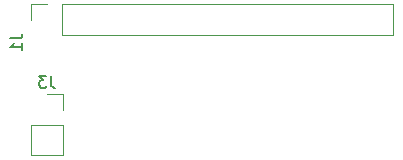
<source format=gbr>
%TF.GenerationSoftware,KiCad,Pcbnew,(6.0.4)*%
%TF.CreationDate,2022-05-02T18:26:09+02:00*%
%TF.ProjectId,TMS9918,544d5339-3931-4382-9e6b-696361645f70,1.2*%
%TF.SameCoordinates,Original*%
%TF.FileFunction,Legend,Bot*%
%TF.FilePolarity,Positive*%
%FSLAX46Y46*%
G04 Gerber Fmt 4.6, Leading zero omitted, Abs format (unit mm)*
G04 Created by KiCad (PCBNEW (6.0.4)) date 2022-05-02 18:26:09*
%MOMM*%
%LPD*%
G01*
G04 APERTURE LIST*
%ADD10C,0.150000*%
%ADD11C,0.120000*%
G04 APERTURE END LIST*
D10*
%TO.C,J3*%
X51133333Y-68242380D02*
X51133333Y-68956666D01*
X51180952Y-69099523D01*
X51276190Y-69194761D01*
X51419047Y-69242380D01*
X51514285Y-69242380D01*
X50752380Y-68242380D02*
X50133333Y-68242380D01*
X50466666Y-68623333D01*
X50323809Y-68623333D01*
X50228571Y-68670952D01*
X50180952Y-68718571D01*
X50133333Y-68813809D01*
X50133333Y-69051904D01*
X50180952Y-69147142D01*
X50228571Y-69194761D01*
X50323809Y-69242380D01*
X50609523Y-69242380D01*
X50704761Y-69194761D01*
X50752380Y-69147142D01*
%TO.C,J1*%
X47712380Y-65071666D02*
X48426666Y-65071666D01*
X48569523Y-65024047D01*
X48664761Y-64928809D01*
X48712380Y-64785952D01*
X48712380Y-64690714D01*
X48712380Y-66071666D02*
X48712380Y-65500238D01*
X48712380Y-65785952D02*
X47712380Y-65785952D01*
X47855238Y-65690714D01*
X47950476Y-65595476D01*
X47998095Y-65500238D01*
D11*
%TO.C,J3*%
X52130000Y-74990000D02*
X49470000Y-74990000D01*
X52130000Y-71120000D02*
X52130000Y-69790000D01*
X52130000Y-72390000D02*
X49470000Y-72390000D01*
X49470000Y-72390000D02*
X49470000Y-74990000D01*
X52130000Y-72390000D02*
X52130000Y-74990000D01*
X52130000Y-69790000D02*
X50800000Y-69790000D01*
%TO.C,J1*%
X52075000Y-62170000D02*
X80075000Y-62170000D01*
X50805000Y-62170000D02*
X49475000Y-62170000D01*
X52075000Y-64830000D02*
X80075000Y-64830000D01*
X80075000Y-62170000D02*
X80075000Y-64830000D01*
X49475000Y-62170000D02*
X49475000Y-63500000D01*
X52075000Y-62170000D02*
X52075000Y-64830000D01*
%TD*%
M02*

</source>
